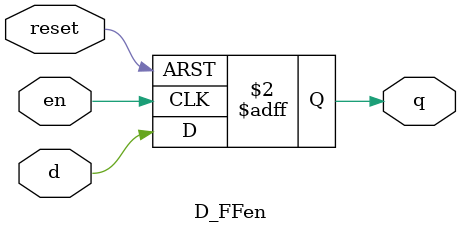
<source format=v>
module D_FFen (q, d, en, reset);
	
	output q;
	input d, en, reset;
	reg q; // Indicate that q is stateholding
	
	always @(posedge en or posedge reset)
	if (reset)
		q = 0; // On reset, set to 0
	else
		q = d; // Otherwise out = d

endmodule

</source>
